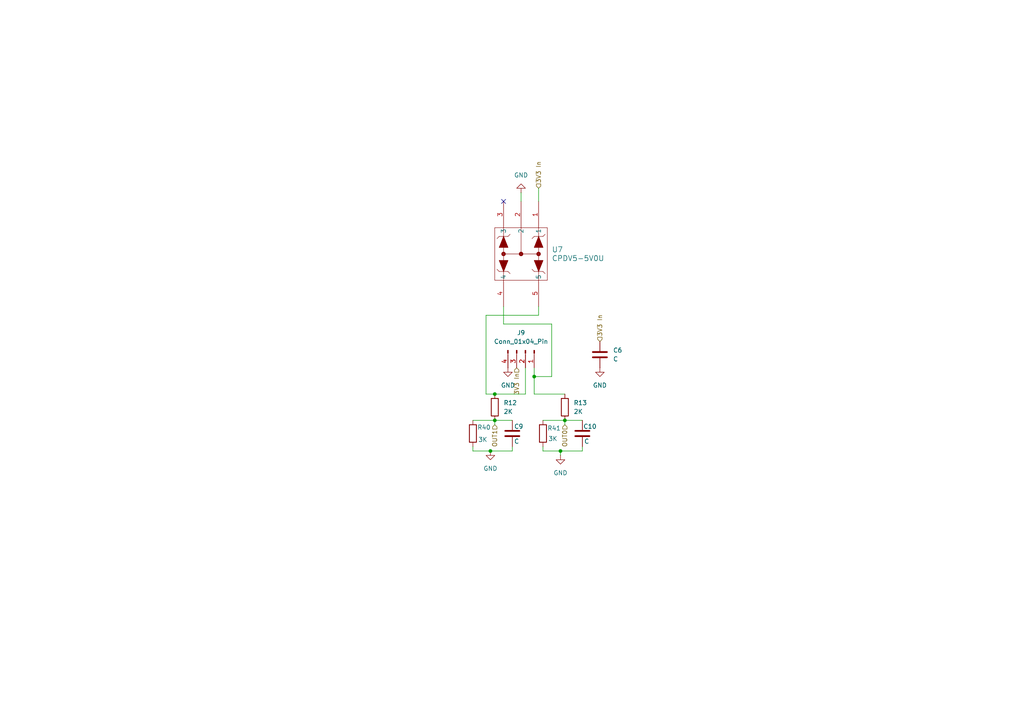
<source format=kicad_sch>
(kicad_sch (version 20250114) (generator "eeschema") (generator_version "9.0")
  (paper "A4")
  (lib_symbols
    (symbol "CPDV5:CPDV5-5V0U" (pin_names (offset 0.254))
      (property "Reference" "CR" (at 16.51 7.62 0))
      (property "Value" "CPDV5-5V0U" (at 20.32 5.08 0))
      (symbol "CPDV5-5V0U_0_1"
        (polyline (pts (xy 7.62 2.54) (xy 7.62 -12.7)) (stroke (width 0.127)))
        (polyline (pts (xy 7.62 0) (xy 22.86 0)) (stroke (width 0.127)))
        (polyline (pts (xy 7.62 -5.08) (xy 15.24 -5.08)) (stroke (width 0.127)))
        (polyline (pts (xy 7.62 -10.16) (xy 22.86 -10.16)) (stroke (width 0.127)))
        (polyline (pts (xy 7.62 -12.7) (xy 22.86 -12.7)) (stroke (width 0.127)))
        (polyline (pts (xy 10.16 1.27) (xy 9.525 1.905)) (stroke (width 0.127)))
        (polyline (pts (xy 10.16 1.27) (xy 10.16 -1.27)) (stroke (width 0.127)))
        (polyline (pts (xy 10.16 0) (xy 13.335 -1.27)) (stroke (width 0.127)))
        (polyline (pts (xy 10.16 0) (xy 13.335 1.27) (xy 13.335 -1.27)) (fill (type outline)))
        (polyline (pts (xy 10.16 -1.27) (xy 10.795 -1.905)) (stroke (width 0.127)))
        (polyline (pts (xy 10.16 -8.89) (xy 9.525 -8.255)) (stroke (width 0.127)))
        (polyline (pts (xy 10.16 -8.89) (xy 10.16 -11.43)) (stroke (width 0.127)))
        (polyline (pts (xy 10.16 -10.16) (xy 13.335 -11.43)) (stroke (width 0.127)))
        (polyline (pts (xy 10.16 -10.16) (xy 13.335 -8.89) (xy 13.335 -11.43)) (fill (type outline)))
        (polyline (pts (xy 10.16 -11.43) (xy 10.795 -12.065)) (stroke (width 0.127)))
        (polyline (pts (xy 13.335 1.27) (xy 10.16 0)) (stroke (width 0.127)))
        (polyline (pts (xy 13.335 1.27) (xy 13.335 -1.27)) (stroke (width 0.127)))
        (polyline (pts (xy 13.335 -8.89) (xy 10.16 -10.16)) (stroke (width 0.127)))
        (polyline (pts (xy 13.335 -8.89) (xy 13.335 -11.43)) (stroke (width 0.127)))
        (polyline (pts (xy 15.24 0) (xy 15.24 -10.16)) (stroke (width 0.127)))
        (circle (center 15.24 0) (radius 0.127) (stroke (width 0.508)))
        (circle (center 15.24 -5.08) (radius 0.127) (stroke (width 0.508)))
        (circle (center 15.24 -10.16) (radius 0.127) (stroke (width 0.508)))
        (polyline (pts (xy 17.145 1.27) (xy 17.145 -1.27)) (stroke (width 0.127)))
        (polyline (pts (xy 17.145 1.27) (xy 20.32 0)) (stroke (width 0.127)))
        (polyline (pts (xy 17.145 -8.89) (xy 17.145 -11.43)) (stroke (width 0.127)))
        (polyline (pts (xy 17.145 -8.89) (xy 20.32 -10.16)) (stroke (width 0.127)))
        (polyline (pts (xy 20.32 1.27) (xy 20.32 -1.27)) (stroke (width 0.127)))
        (polyline (pts (xy 20.32 1.27) (xy 20.955 1.905)) (stroke (width 0.127)))
        (polyline (pts (xy 20.32 0) (xy 17.145 -1.27)) (stroke (width 0.127)))
        (polyline (pts (xy 20.32 0) (xy 17.145 1.27) (xy 17.145 -1.27)) (fill (type outline)))
        (polyline (pts (xy 20.32 -1.27) (xy 19.685 -1.905)) (stroke (width 0.127)))
        (polyline (pts (xy 20.32 -8.89) (xy 20.32 -11.43)) (stroke (width 0.127)))
        (polyline (pts (xy 20.32 -8.89) (xy 20.955 -8.255)) (stroke (width 0.127)))
        (polyline (pts (xy 20.32 -10.16) (xy 17.145 -11.43)) (stroke (width 0.127)))
        (polyline (pts (xy 20.32 -10.16) (xy 17.145 -8.89) (xy 17.145 -11.43)) (fill (type outline)))
        (polyline (pts (xy 20.32 -11.43) (xy 19.685 -12.065)) (stroke (width 0.127)))
        (polyline (pts (xy 22.86 2.54) (xy 7.62 2.54)) (stroke (width 0.127)))
        (polyline (pts (xy 22.86 -12.7) (xy 22.86 2.54)) (stroke (width 0.127)))
        (pin unspecified line (at 0 0 0) (length 7.62) (name "1") (number "1"))
        (pin unspecified line (at 0 -5.08 0) (length 7.62) (name "2") (number "2"))
        (pin unspecified line (at 0 -10.16 0) (length 7.62) (name "3") (number "3"))
        (pin unspecified line (at 30.48 0 180) (length 7.62) (name "5") (number "5"))
        (pin unspecified line (at 30.48 -10.16 180) (length 7.62) (name "4") (number "4"))
      )
    )
    (symbol "Connector:Conn_01x04_Pin" (pin_names (offset 1.016) (hide yes))
      (property "Reference" "J" (at 0 5.08 0))
      (property "Value" "Conn_01x04_Pin" (at 0 -7.62 0))
      (symbol "Conn_01x04_Pin_1_1"
        (rectangle (start 0.8636 2.667) (end 0 2.413) (stroke (width 0.1524)) (fill (type outline)))
        (rectangle (start 0.8636 0.127) (end 0 -0.127) (stroke (width 0.1524)) (fill (type outline)))
        (rectangle (start 0.8636 -2.413) (end 0 -2.667) (stroke (width 0.1524)) (fill (type outline)))
        (rectangle (start 0.8636 -4.953) (end 0 -5.207) (stroke (width 0.1524)) (fill (type outline)))
        (polyline (pts (xy 1.27 2.54) (xy 0.8636 2.54)) (stroke (width 0.1524)))
        (polyline (pts (xy 1.27 0) (xy 0.8636 0)) (stroke (width 0.1524)))
        (polyline (pts (xy 1.27 -2.54) (xy 0.8636 -2.54)) (stroke (width 0.1524)))
        (polyline (pts (xy 1.27 -5.08) (xy 0.8636 -5.08)) (stroke (width 0.1524)))
        (pin passive line (at 5.08 2.54 180) (length 3.81) (name "Pin_1") (number "1"))
        (pin passive line (at 5.08 0 180) (length 3.81) (name "Pin_2") (number "2"))
        (pin passive line (at 5.08 -2.54 180) (length 3.81) (name "Pin_3") (number "3"))
        (pin passive line (at 5.08 -5.08 180) (length 3.81) (name "Pin_4") (number "4"))
      )
    )
    (symbol "Device:C" (pin_numbers (hide yes)) (pin_names (offset 0.254))
      (property "Reference" "C" (at 0.635 2.54 0))
      (property "Value" "C" (at 0.635 -2.54 0))
      (symbol "C_0_1"
        (polyline (pts (xy -2.032 0.762) (xy 2.032 0.762)) (stroke (width 0.508)))
        (polyline (pts (xy -2.032 -0.762) (xy 2.032 -0.762)) (stroke (width 0.508)))
      )
      (symbol "C_1_1"
        (pin passive line (at 0 3.81 270) (length 2.794) (name "~") (number "1"))
        (pin passive line (at 0 -3.81 90) (length 2.794) (name "~") (number "2"))
      )
    )
    (symbol "Device:R" (pin_numbers (hide yes)) (pin_names (offset 0))
      (property "Reference" "R" (at 2.032 0 90))
      (property "Value" "R" (at 0 0 90))
      (symbol "R_0_1"
        (rectangle (start -1.016 -2.54) (end 1.016 2.54) (stroke (width 0.254)))
      )
      (symbol "R_1_1"
        (pin passive line (at 0 3.81 270) (length 1.27) (name "~") (number "1"))
        (pin passive line (at 0 -3.81 90) (length 1.27) (name "~") (number "2"))
      )
    )
    (symbol "power:GND" (power) (pin_numbers (hide yes)) (pin_names (offset 0) (hide yes))
      (property "Value" "GND" (at 0 -3.81 0))
      (symbol "GND_0_1"
        (polyline (pts (xy 0 0) (xy 0 -1.27) (xy 1.27 -1.27) (xy 0 -2.54) (xy -1.27 -1.27) (xy 0 -1.27)))
      )
      (symbol "GND_1_1"
        (pin power_in line (at 0 0 270) (length 0) (name "~") (number "1"))
      )
    )
  )
  (junction (at 143.51 121.92))
  (junction (at 163.83 121.92))
  (junction (at 143.51 114.3))
  (junction (at 142.24 130.81))
  (junction (at 154.94 109.22))
  (junction (at 162.56 130.81))
  (no_connect (at 146.05 58.42))
  (wire (pts (xy 156.21 91.44) (xy 140.97 91.44)))
  (wire (pts (xy 154.94 114.3) (xy 163.83 114.3)))
  (wire (pts (xy 162.56 132.08) (xy 162.56 130.81)))
  (wire (pts (xy 154.94 106.68) (xy 154.94 109.22)))
  (wire (pts (xy 143.51 114.3) (xy 152.4 114.3)))
  (wire (pts (xy 163.83 121.92) (xy 163.83 123.19)))
  (wire (pts (xy 163.83 121.92) (xy 168.91 121.92)))
  (wire (pts (xy 143.51 121.92) (xy 143.51 123.19)))
  (wire (pts (xy 160.02 109.22) (xy 154.94 109.22)))
  (wire (pts (xy 154.94 109.22) (xy 154.94 114.3)))
  (wire (pts (xy 157.48 130.81) (xy 162.56 130.81)))
  (wire (pts (xy 156.21 54.61) (xy 156.21 58.42)))
  (wire (pts (xy 137.16 130.81) (xy 137.16 129.54)))
  (wire (pts (xy 156.21 88.9) (xy 156.21 91.44)))
  (wire (pts (xy 157.48 130.81) (xy 157.48 129.54)))
  (wire (pts (xy 160.02 93.98) (xy 160.02 109.22)))
  (wire (pts (xy 151.13 55.88) (xy 151.13 58.42)))
  (wire (pts (xy 140.97 91.44) (xy 140.97 114.3)))
  (wire (pts (xy 148.59 130.81) (xy 148.59 129.54)))
  (wire (pts (xy 137.16 130.81) (xy 142.24 130.81)))
  (wire (pts (xy 146.05 88.9) (xy 146.05 93.98)))
  (wire (pts (xy 142.24 130.81) (xy 148.59 130.81)))
  (wire (pts (xy 140.97 114.3) (xy 143.51 114.3)))
  (wire (pts (xy 143.51 121.92) (xy 148.59 121.92)))
  (wire (pts (xy 146.05 93.98) (xy 160.02 93.98)))
  (wire (pts (xy 152.4 106.68) (xy 152.4 114.3)))
  (wire (pts (xy 157.48 121.92) (xy 163.83 121.92)))
  (wire (pts (xy 168.91 130.81) (xy 168.91 129.54)))
  (wire (pts (xy 162.56 130.81) (xy 168.91 130.81)))
  (wire (pts (xy 137.16 121.92) (xy 143.51 121.92)))
  (hierarchical_label "OUT1" (shape input) (at 143.51 123.19 270))
  (hierarchical_label "3V3 In" (shape input) (at 156.21 54.61 90))
  (hierarchical_label "3V3 In" (shape input) (at 173.99 99.06 90))
  (hierarchical_label "OUT0" (shape input) (at 163.83 123.19 270))
  (hierarchical_label "3V3 In" (shape input) (at 149.86 106.68 270))
  (symbol (lib_id "Device:R") (at 157.48 125.73 180) (unit 1)
    (property "Reference" "R43?" (at 158.75 124.206 0) (effects (justify right)))
    (property "Value" "3K" (at 159.004 127.254 0) (effects (justify right)))
    (property "Description" "Resistor" (effects (hide yes)))
    (instances (project "pcb" (path "" (reference "R41") (unit 1)) (path "" (reference "R43?") (unit 1))))
  )
  (symbol (lib_id "Device:C") (at 168.91 125.73 0) (unit 1)
    (property "Reference" "C12" (at 169.164 123.698 0) (effects (justify left)))
    (property "Value" "C" (at 169.418 128.016 0) (effects (justify left)))
    (property "Description" "Unpolarized capacitor" (effects (hide yes)))
    (instances (project "pcb" (path "" (reference "C10") (unit 1)) (path "" (reference "C12") (unit 1))))
  )
  (symbol (lib_id "Device:C") (at 173.99 102.87 0) (unit 1)
    (property "Reference" "C7" (at 177.8 101.5999 0) (effects (justify left)))
    (property "Value" "C" (at 177.8 104.1399 0) (effects (justify left)))
    (property "Description" "Unpolarized capacitor" (effects (hide yes)))
    (instances (project "pcb" (path "" (reference "C6") (unit 1)) (path "" (reference "C7") (unit 1))))
  )
  (symbol (lib_id "power:GND") (at 142.24 130.81 0) (unit 1)
    (property "Reference" "#PWR033" (effects (hide yes)))
    (property "Value" "GND" (at 142.24 135.89 0))
    (property "Description" "Power symbol creates a global label with name \"GND\" , ground" (effects (hide yes)))
    (instances (project "pcb" (path "" (reference "#PWR06") (unit 1)) (path "" (reference "#PWR033") (unit 1))))
  )
  (symbol (lib_id "Connector:Conn_01x04_Pin") (at 152.4 101.6 270) (unit 1)
    (property "Reference" "J10" (at 151.13 96.52 90))
    (property "Value" "Conn_01x04_Pin" (at 151.13 99.06 90))
    (property "Description" "Generic connector, single row, 01x04, script generated" (effects (hide yes)))
    (instances (project "pcb" (path "" (reference "J9") (unit 1)) (path "" (reference "J10") (unit 1))))
  )
  (symbol (lib_id "power:GND") (at 173.99 106.68 0) (unit 1)
    (property "Reference" "#PWR0131" (effects (hide yes)))
    (property "Value" "GND" (at 173.99 111.76 0))
    (property "Description" "Power symbol creates a global label with name \"GND\" , ground" (effects (hide yes)))
    (instances (project "pcb" (path "" (reference "#PWR032") (unit 1)) (path "" (reference "#PWR0131") (unit 1))))
  )
  (symbol (lib_id "Device:C") (at 148.59 125.73 0) (unit 1)
    (property "Reference" "C11" (at 149.098 123.698 0) (effects (justify left)))
    (property "Value" "C" (at 149.098 128.016 0) (effects (justify left)))
    (property "Description" "Unpolarized capacitor" (effects (hide yes)))
    (instances (project "pcb" (path "" (reference "C9") (unit 1)) (path "" (reference "C11") (unit 1))))
  )
  (symbol (lib_id "Device:R") (at 163.83 118.11 180) (unit 1)
    (property "Reference" "R15" (at 166.37 116.8399 0) (effects (justify right)))
    (property "Value" "2K" (at 166.37 119.3799 0) (effects (justify right)))
    (property "Description" "Resistor" (effects (hide yes)))
    (instances (project "pcb" (path "" (reference "R13") (unit 1)) (path "" (reference "R15") (unit 1))))
  )
  (symbol (lib_id "Device:R") (at 137.16 125.73 180) (unit 1)
    (property "Reference" "R42?" (at 138.43 123.952 0) (effects (justify right)))
    (property "Value" "3K" (at 138.684 127.508 0) (effects (justify right)))
    (property "Description" "Resistor" (effects (hide yes)))
    (instances (project "pcb" (path "" (reference "R40") (unit 1)) (path "" (reference "R42?") (unit 1))))
  )
  (symbol (lib_id "CPDV5:CPDV5-5V0U") (at 156.21 58.42 270) (unit 1)
    (property "Reference" "U8" (at 160.02 72.3899 90) (effects (font (size 1.524 1.524)) (justify left)))
    (property "Value" "CPDV5-5V0U" (at 160.02 74.9299 90) (effects (font (size 1.524 1.524)) (justify left)))
    (property "Footprint" "SOT353_CPDV5_CIP" (effects (hide yes)))
    (property "Datasheet" "CPDV5-5V0U" (effects (hide yes)))
    (instances (project "pcb" (path "" (reference "U7") (unit 1)) (path "" (reference "U8") (unit 1))))
  )
  (symbol (lib_id "power:GND") (at 151.13 55.88 180) (unit 1)
    (property "Reference" "#PWR0129" (effects (hide yes)))
    (property "Value" "GND" (at 151.13 50.8 0))
    (property "Description" "Power symbol creates a global label with name \"GND\" , ground" (effects (hide yes)))
    (instances (project "pcb" (path "" (reference "#PWR030") (unit 1)) (path "" (reference "#PWR0129") (unit 1))))
  )
  (symbol (lib_id "power:GND") (at 147.32 106.68 0) (unit 1)
    (property "Reference" "#PWR035" (effects (hide yes)))
    (property "Value" "GND" (at 147.32 111.76 0))
    (property "Description" "Power symbol creates a global label with name \"GND\" , ground" (effects (hide yes)))
    (instances (project "pcb" (path "" (reference "#PWR018") (unit 1)) (path "" (reference "#PWR035") (unit 1))))
  )
  (symbol (lib_id "power:GND") (at 162.56 132.08 0) (unit 1)
    (property "Reference" "#PWR0130" (effects (hide yes)))
    (property "Value" "GND" (at 162.56 137.16 0))
    (property "Description" "Power symbol creates a global label with name \"GND\" , ground" (effects (hide yes)))
    (instances (project "pcb" (path "" (reference "#PWR031") (unit 1)) (path "" (reference "#PWR0130") (unit 1))))
  )
  (symbol (lib_id "Device:R") (at 143.51 118.11 180) (unit 1)
    (property "Reference" "R14" (at 146.05 116.8399 0) (effects (justify right)))
    (property "Value" "2K" (at 146.05 119.3799 0) (effects (justify right)))
    (property "Description" "Resistor" (effects (hide yes)))
    (instances (project "pcb" (path "" (reference "R12") (unit 1)) (path "" (reference "R14") (unit 1))))
  )
)
</source>
